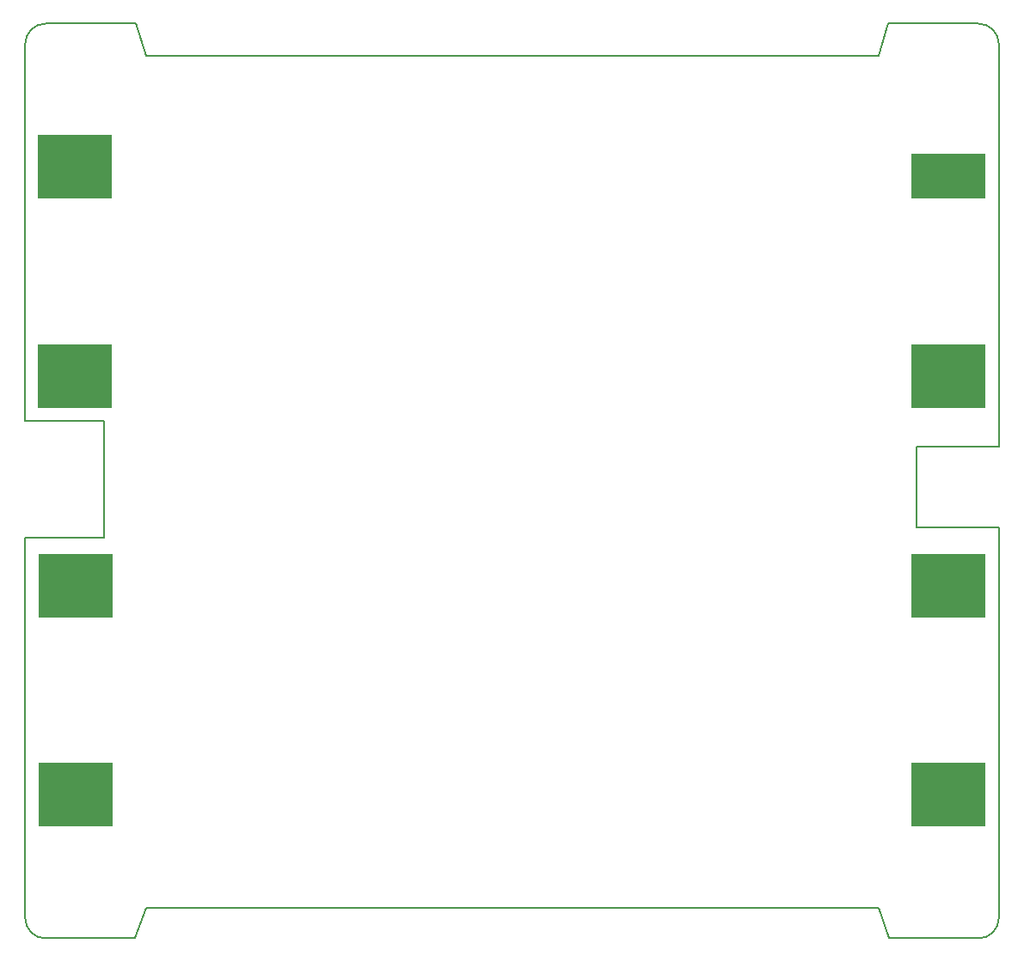
<source format=gbp>
%TF.GenerationSoftware,KiCad,Pcbnew,(6.0.5-0)*%
%TF.CreationDate,2022-12-24T17:15:18-05:00*%
%TF.ProjectId,batteryboard,62617474-6572-4796-926f-6172642e6b69,rev?*%
%TF.SameCoordinates,Original*%
%TF.FileFunction,Paste,Bot*%
%TF.FilePolarity,Positive*%
%FSLAX46Y46*%
G04 Gerber Fmt 4.6, Leading zero omitted, Abs format (unit mm)*
G04 Created by KiCad (PCBNEW (6.0.5-0)) date 2022-12-24 17:15:18*
%MOMM*%
%LPD*%
G01*
G04 APERTURE LIST*
%TA.AperFunction,Profile*%
%ADD10C,0.150000*%
%TD*%
%ADD11R,7.340000X6.350000*%
%ADD12R,7.340000X4.500000*%
G04 APERTURE END LIST*
D10*
X53200300Y-141979900D02*
G75*
G03*
X55200300Y-143979900I2000000J0D01*
G01*
X147085300Y-143979900D02*
G75*
G03*
X149085300Y-141979900I0J2000000D01*
G01*
X149085300Y-55809900D02*
G75*
G03*
X147085300Y-53809900I-2000000J0D01*
G01*
X55200300Y-53809900D02*
G75*
G03*
X53200300Y-55809900I0J-2000000D01*
G01*
X55200300Y-143979900D02*
X64039500Y-143979900D01*
X137210800Y-141000000D02*
X65074800Y-141000000D01*
X64039500Y-143979900D02*
X65074800Y-141000000D01*
X147085300Y-143979900D02*
X138246100Y-143979900D01*
X65074800Y-57000000D02*
X64096900Y-53809900D01*
X137210800Y-57000000D02*
X65074800Y-57000000D01*
X137210800Y-57000000D02*
X138188700Y-53809900D01*
X147085300Y-53809900D02*
X138188700Y-53809900D01*
X64096900Y-53809900D02*
X55200300Y-53809900D01*
X61000000Y-104500000D02*
X53200300Y-104500000D01*
X141000000Y-95500000D02*
X141000000Y-103500000D01*
X138246100Y-143979900D02*
X137210800Y-141000000D01*
X149085300Y-95500000D02*
X141000000Y-95500000D01*
X149085300Y-141979900D02*
X149085300Y-103500000D01*
X53200300Y-141979900D02*
X53200300Y-104500000D01*
X53200300Y-93000000D02*
X61000000Y-93000000D01*
X53200300Y-55809900D02*
X53200300Y-93000000D01*
X149085300Y-55809900D02*
X149085300Y-95500000D01*
X141000000Y-103500000D02*
X149085300Y-103500000D01*
X61000000Y-93000000D02*
X61000000Y-104500000D01*
D11*
X58117400Y-88569800D03*
X144117400Y-88569800D03*
X144142800Y-129844800D03*
X58142800Y-129844800D03*
X144142800Y-109194600D03*
X58142800Y-109194600D03*
X58117400Y-67919600D03*
D12*
X144117400Y-68844600D03*
M02*

</source>
